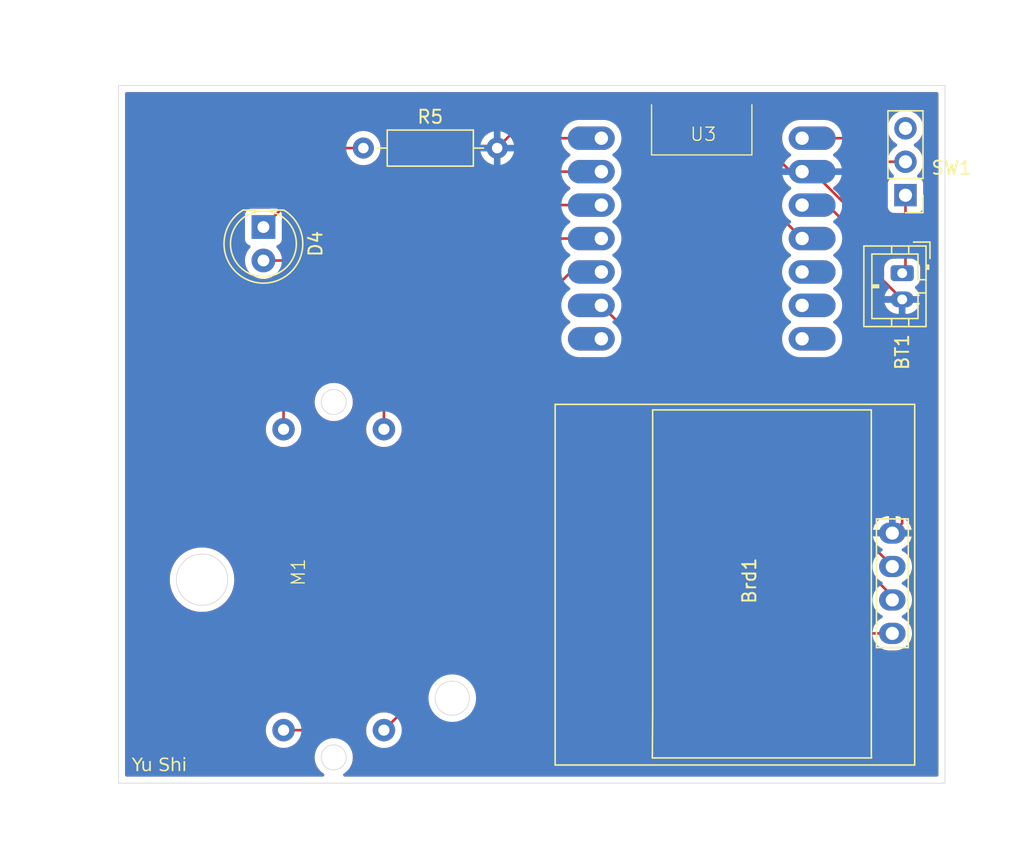
<source format=kicad_pcb>
(kicad_pcb (version 20240108) (generator "pcbnew") (generator_version "8.0")
  (title_block (title "Display part") (date "2025-02-05") (rev "V1") (company "Yu Shi"))
  (layers (0 "F.Cu" signal) (31 "B.Cu" signal) (34 "B.Paste" user) (35 "F.Paste" user) (36 "B.SilkS" user "B.Silkscreen") (37 "F.SilkS" user "F.Silkscreen") (38 "B.Mask" user) (39 "F.Mask" user) (44 "Edge.Cuts" user))
  (net 0 "")
  (net 1 "GND")
  (net 2 "Net-(Brd1-SCL)")
  (net 3 "Net-(Brd1-SDA)")
  (net 4 "Net-(D4-K)")
  (net 5 "Net-(D4-A)")
  (net 6 "Net-(M1--)")
  (net 7 "Net-(U3-PA10_A2_D2)")
  (net 8 "Net-(U3-PA11_A3_D3)")
  (net 9 "Net-(U3-PA02_A0_D0)")
  (net 12 "Net-(BT1-+)")
  (net 13 "Net-(Brd1-VCC)")
  (net 17 "Net-(SW1-B)")
  (footprint "LED_THT:LED_D5.0mm" (layer "F.Cu") (at 117.5 82.25 -90)
    (property "Reference" "D4" (at 1.27 -3.96 90) (layer "F.SilkS"))
    (property "Value" "LED")
    (fp_line (start -1.29 -1.545) (end -1.29 1.545) (stroke (width 0.12)) (layer "F.SilkS"))
    (fp_arc (start 4.26 0.000048) (mid 2.071756 2.880501) (end -1.29 1.54483) (stroke (width 0.12)) (layer "F.SilkS"))
    (fp_arc (start -1.29 -1.54483) (mid 2.071756 -2.880501) (end 4.26 -0.000048) (stroke (width 0.12)) (layer "F.SilkS"))
    (fp_circle (center 1.27 0) (end 3.77 0) (stroke (width 0.12)) (fill none) (layer "F.SilkS"))
    (pad "1" thru_hole rect (at 0 0 270) (size 1.8 1.8) (drill 0.9) (layers "*.Cu" "*.Mask") (net 4 "Net-(D4-K)"))
    (pad "2" thru_hole circle (at 2.54 0 270) (size 1.8 1.8) (drill 0.9) (layers "*.Cu" "*.Mask") (net 5 "Net-(D4-A)"))
  )
  (footprint "1:128x64OLED" (layer "F.Cu") (at 154.65 109.12 -90)
    (property "Reference" "Brd1" (at 0 0.254 90) (layer "F.SilkS"))
    (property "Value" "SSD1306")
    (fp_line (start -13.4 15) (end -13.4 -12.3) (stroke (width 0.12)) (layer "F.SilkS"))
    (fp_line (start 14 15) (end -13.4 15) (stroke (width 0.12)) (layer "F.SilkS"))
    (fp_line (start 13.462 7.62) (end 13.462 -9.017) (stroke (width 0.12)) (layer "F.SilkS"))
    (fp_line (start -12.978 7.595) (end -12.978 -9.005) (stroke (width 0.12)) (layer "F.SilkS"))
    (fp_line (start 10.122 7.595) (end 13.462 7.62) (stroke (width 0.12)) (layer "F.SilkS"))
    (fp_line (start 10.122 7.595) (end -12.978 7.595) (stroke (width 0.12)) (layer "F.SilkS"))
    (fp_line (start -12.978 -9.005) (end 10.122 -9.005) (stroke (width 0.12)) (layer "F.SilkS"))
    (fp_line (start 10.122 -9.005) (end 13.208 -9.005) (stroke (width 0.12)) (layer "F.SilkS"))
    (fp_line (start 13.462 -9.017) (end 13.208 -9.005) (stroke (width 0.12)) (layer "F.SilkS"))
    (fp_line (start 5.08 -9.398) (end -4.699 -9.398) (stroke (width 0.12)) (layer "F.SilkS"))
    (fp_line (start -4.699 -11.811) (end -4.699 -9.398) (stroke (width 0.12)) (layer "F.SilkS"))
    (fp_line (start -4.699 -11.811) (end 5.08 -11.811) (stroke (width 0.12)) (layer "F.SilkS"))
    (fp_line (start 5.08 -11.811) (end 5.08 -9.398) (stroke (width 0.12)) (layer "F.SilkS"))
    (fp_line (start -13.4 -12.3) (end 14 -12.3) (stroke (width 0.12)) (layer "F.SilkS"))
    (fp_line (start 14 -12.3) (end 14 15) (stroke (width 0.12)) (layer "F.SilkS"))
    (pad "1" thru_hole oval (at -3.62 -10.6) (size 2 1.6) (drill 1) (layers "*.Cu" "*.Mask") (net 1 "GND"))
    (pad "2" thru_hole oval (at -1.08 -10.6) (size 2 1.6) (drill 1) (layers "*.Cu" "*.Mask") (net 13 "Net-(Brd1-VCC)"))
    (pad "3" thru_hole oval (at 1.46 -10.6) (size 2 1.6) (drill 1) (layers "*.Cu" "*.Mask") (net 2 "Net-(Brd1-SCL)"))
    (pad "4" thru_hole oval (at 4 -10.6) (size 2 1.6) (drill 1) (layers "*.Cu" "*.Mask") (net 3 "Net-(Brd1-SDA)"))
  )
  (footprint "3:x27_stepper" (layer "F.Cu") (at 133 106.5 90)
    (property "Reference" "M1" (at -1.97 -12.85 90) (layer "F.SilkS") (effects (font (thickness 0.1))))
    (property "Value" "Stepper_Motor_bipolar")
    (fp_circle (center -2.54 -20.16) (end -0.59 -20.16) (stroke (width 0.05)) (fill none) (layer "Edge.Cuts"))
    (fp_circle (center 10.96 -10.16) (end 11.91 -10.16) (stroke (width 0.05)) (fill none) (layer "Edge.Cuts"))
    (fp_circle (center -16.04 -10.16) (end -15.09 -10.16) (stroke (width 0.05)) (fill none) (layer "Edge.Cuts"))
    (fp_circle (center -11.54 -1.16) (end -10.24 -1.16) (stroke (width 0.05)) (fill none) (layer "Edge.Cuts"))
    (pad "1" thru_hole circle (at 8.89 -13.97 90) (size 1.7 1.7) (drill 0.85) (layers "*.Cu" "*.Mask") (net 9 "Net-(U3-PA02_A0_D0)"))
    (pad "2" thru_hole circle (at 8.89 -6.35 90) (size 1.7 1.7) (drill 0.85) (layers "*.Cu" "*.Mask") (net 6 "Net-(M1--)"))
    (pad "3" thru_hole circle (at -13.97 -6.35 90) (size 1.7 1.7) (drill 0.85) (layers "*.Cu" "*.Mask") (net 7 "Net-(U3-PA10_A2_D2)"))
    (pad "4" thru_hole circle (at -13.97 -13.97 90) (size 1.7 1.7) (drill 0.85) (layers "*.Cu" "*.Mask") (net 8 "Net-(U3-PA11_A3_D3)"))
  )
  (footprint "Resistor_THT:R_Axial_DIN0207_L6.3mm_D2.5mm_P10.16mm_Horizontal" (layer "F.Cu") (at 125.09 76.25)
    (property "Reference" "R5" (at 5.08 -2.37 0) (layer "F.SilkS"))
    (property "Value" "65 Ohmes")
    (fp_line (start 1.04 0) (end 1.81 0) (stroke (width 0.12)) (layer "F.SilkS"))
    (fp_line (start 1.81 -1.37) (end 1.81 1.37) (stroke (width 0.12)) (layer "F.SilkS"))
    (fp_line (start 1.81 1.37) (end 8.35 1.37) (stroke (width 0.12)) (layer "F.SilkS"))
    (fp_line (start 8.35 -1.37) (end 1.81 -1.37) (stroke (width 0.12)) (layer "F.SilkS"))
    (fp_line (start 8.35 1.37) (end 8.35 -1.37) (stroke (width 0.12)) (layer "F.SilkS"))
    (fp_line (start 9.12 0) (end 8.35 0) (stroke (width 0.12)) (layer "F.SilkS"))
    (pad "1" thru_hole circle (at 0 0) (size 1.6 1.6) (drill 0.8) (layers "*.Cu" "*.Mask") (net 4 "Net-(D4-K)"))
    (pad "2" thru_hole oval (at 10.16 0) (size 1.6 1.6) (drill 0.8) (layers "*.Cu" "*.Mask") (net 1 "GND"))
  )
  (footprint "Connector_PinHeader_2.54mm:PinHeader_1x03_P2.54mm_Vertical" (layer "F.Cu") (at 166.25 79.83 180)
    (property "Reference" "SW1" (at -3.5 2.08 0) (layer "F.SilkS"))
    (property "Value" "SW_SPDT" (hide yes))
    (fp_line (start 1.33 1.27) (end 1.33 6.41) (stroke (width 0.12)) (layer "F.SilkS"))
    (fp_line (start -1.33 6.41) (end 1.33 6.41) (stroke (width 0.12)) (layer "F.SilkS"))
    (fp_line (start -1.33 1.27) (end 1.33 1.27) (stroke (width 0.12)) (layer "F.SilkS"))
    (fp_line (start -1.33 1.27) (end -1.33 6.41) (stroke (width 0.12)) (layer "F.SilkS"))
    (fp_line (start -1.33 0) (end -1.33 -1.33) (stroke (width 0.12)) (layer "F.SilkS"))
    (fp_line (start -1.33 -1.33) (end 0 -1.33) (stroke (width 0.12)) (layer "F.SilkS"))
    (pad "1" thru_hole rect (at 0 0 180) (size 1.7 1.7) (drill 1) (layers "*.Cu" "*.Mask") (net 12 "Net-(BT1-+)"))
    (pad "2" thru_hole oval (at 0 2.54 180) (size 1.7 1.7) (drill 1) (layers "*.Cu" "*.Mask") (net 17 "Net-(SW1-B)"))
    (pad "3" thru_hole oval (at 0 5.08 180) (size 1.7 1.7) (drill 1) (layers "*.Cu" "*.Mask"))
  )
  (footprint "6:XIAO_ESP32_SENSE" (layer "F.Cu") (at 150.78 83.12)
    (property "Reference" "U3" (at 0.12 -7.92 0) (layer "F.SilkS") (effects (font (thickness 0.1))))
    (property "Value" "MOUDLE-SEEEDUINO-XIAO-ESP32C3" (hide yes))
    (fp_line (start -3.81 -10.16) (end -3.81 -6.35) (stroke (width 0.1)) (layer "F.SilkS"))
    (fp_line (start -3.81 -6.35) (end 3.81 -6.35) (stroke (width 0.1)) (layer "F.SilkS"))
    (fp_line (start 3.81 -6.35) (end 3.81 -10.16) (stroke (width 0.1)) (layer "F.SilkS"))
    (pad "1" thru_hole oval (at -7.62 -7.62) (size 3.556 1.778) (drill 1.016 (offset -0.762 0)) (layers "*.Cu" "*.Mask") (net 9 "Net-(U3-PA02_A0_D0)"))
    (pad "2" thru_hole oval (at -7.62 -5.08) (size 3.556 1.778) (drill 1.016 (offset -0.762 0)) (layers "*.Cu" "*.Mask") (net 6 "Net-(M1--)"))
    (pad "3" thru_hole oval (at -7.62 -2.54) (size 3.556 1.778) (drill 1.016 (offset -0.762 0)) (layers "*.Cu" "*.Mask") (net 7 "Net-(U3-PA10_A2_D2)"))
    (pad "4" thru_hole oval (at -7.62 0) (size 3.556 1.778) (drill 1.016 (offset -0.762 0)) (layers "*.Cu" "*.Mask") (net 8 "Net-(U3-PA11_A3_D3)"))
    (pad "5" thru_hole oval (at -7.62 2.54) (size 3.556 1.778) (drill 1.016 (offset -0.762 0)) (layers "*.Cu" "*.Mask") (net 3 "Net-(Brd1-SDA)"))
    (pad "6" thru_hole oval (at -7.62 5.08) (size 3.556 1.778) (drill 1.016 (offset -0.762 0)) (layers "*.Cu" "*.Mask") (net 2 "Net-(Brd1-SCL)"))
    (pad "7" thru_hole oval (at -7.62 7.62) (size 3.556 1.778) (drill 1.016 (offset -0.762 0)) (layers "*.Cu" "*.Mask"))
    (pad "8" thru_hole oval (at 7.62 -7.62) (size 3.556 1.778) (drill 1.016 (offset 0.762 0)) (layers "*.Cu" "*.Mask") (net 17 "Net-(SW1-B)"))
    (pad "9" thru_hole oval (at 7.62 -5.08) (size 3.556 1.778) (drill 1.016 (offset 0.762 0)) (layers "*.Cu" "*.Mask") (net 1 "GND"))
    (pad "10" thru_hole oval (at 7.62 -2.54) (size 3.556 1.778) (drill 1.016 (offset 0.762 0)) (layers "*.Cu" "*.Mask") (net 13 "Net-(Brd1-VCC)"))
    (pad "11" thru_hole oval (at 7.62 0) (size 3.556 1.778) (drill 1.016 (offset 0.762 0)) (layers "*.Cu" "*.Mask") (net 5 "Net-(D4-A)"))
    (pad "12" thru_hole oval (at 7.62 2.54) (size 3.556 1.778) (drill 1.016 (offset 0.762 0)) (layers "*.Cu" "*.Mask"))
    (pad "13" thru_hole oval (at 7.62 5.08) (size 3.556 1.778) (drill 1.016 (offset 0.762 0)) (layers "*.Cu" "*.Mask"))
    (pad "14" thru_hole oval (at 7.62 7.62) (size 3.556 1.778) (drill 1.016 (offset 0.762 0)) (layers "*.Cu" "*.Mask"))
  )
  (footprint "Connector_JST:JST_PH_B2B-PH-K_1x02_P2.00mm_Vertical" (layer "F.Cu") (at 166 85.75 -90)
    (property "Reference" "BT1" (at 6 0 90) (layer "F.SilkS"))
    (property "Value" "Battery_Cell" (hide yes))
    (fp_line (start -2.06 2.91) (end 4.06 2.91) (stroke (width 0.12)) (layer "F.SilkS"))
    (fp_line (start 4.06 2.91) (end 4.06 -1.81) (stroke (width 0.12)) (layer "F.SilkS"))
    (fp_line (start -1.45 2.3) (end 3.45 2.3) (stroke (width 0.12)) (layer "F.SilkS"))
    (fp_line (start 0.9 2.3) (end 0.9 1.8) (stroke (width 0.12)) (layer "F.SilkS"))
    (fp_line (start 1 2.3) (end 1 1.8) (stroke (width 0.12)) (layer "F.SilkS"))
    (fp_line (start 3.45 2.3) (end 3.45 -1.2) (stroke (width 0.12)) (layer "F.SilkS"))
    (fp_line (start 0.9 1.8) (end 1.1 1.8) (stroke (width 0.12)) (layer "F.SilkS"))
    (fp_line (start 1.1 1.8) (end 1.1 2.3) (stroke (width 0.12)) (layer "F.SilkS"))
    (fp_line (start -2.06 0.8) (end -1.45 0.8) (stroke (width 0.12)) (layer "F.SilkS"))
    (fp_line (start 4.06 0.8) (end 3.45 0.8) (stroke (width 0.12)) (layer "F.SilkS"))
    (fp_line (start -2.06 -0.5) (end -1.45 -0.5) (stroke (width 0.12)) (layer "F.SilkS"))
    (fp_line (start 4.06 -0.5) (end 3.45 -0.5) (stroke (width 0.12)) (layer "F.SilkS"))
    (fp_line (start -1.45 -1.2) (end -1.45 2.3) (stroke (width 0.12)) (layer "F.SilkS"))
    (fp_line (start 0.5 -1.2) (end -1.45 -1.2) (stroke (width 0.12)) (layer "F.SilkS"))
    (fp_line (start 1.5 -1.2) (end 1.5 -1.81) (stroke (width 0.12)) (layer "F.SilkS"))
    (fp_line (start 3.45 -1.2) (end 1.5 -1.2) (stroke (width 0.12)) (layer "F.SilkS"))
    (fp_line (start -2.06 -1.81) (end -2.06 2.91) (stroke (width 0.12)) (layer "F.SilkS"))
    (fp_line (start -0.3 -1.81) (end -0.3 -2.01) (stroke (width 0.12)) (layer "F.SilkS"))
    (fp_line (start 0.5 -1.81) (end 0.5 -1.2) (stroke (width 0.12)) (layer "F.SilkS"))
    (fp_line (start 4.06 -1.81) (end -2.06 -1.81) (stroke (width 0.12)) (layer "F.SilkS"))
    (fp_line (start -0.3 -1.91) (end -0.6 -1.91) (stroke (width 0.12)) (layer "F.SilkS"))
    (fp_line (start -0.6 -2.01) (end -0.6 -1.81) (stroke (width 0.12)) (layer "F.SilkS"))
    (fp_line (start -0.3 -2.01) (end -0.6 -2.01) (stroke (width 0.12)) (layer "F.SilkS"))
    (fp_line (start -2.36 -2.11) (end -2.36 -0.86) (stroke (width 0.12)) (layer "F.SilkS"))
    (fp_line (start -1.11 -2.11) (end -2.36 -2.11) (stroke (width 0.12)) (layer "F.SilkS"))
    (pad "1" thru_hole roundrect (at 0 0 270) (size 1.2 1.75) (drill 0.75) (layers "*.Cu" "*.Mask") (roundrect_rratio 0.208333) (net 12 "Net-(BT1-+)"))
    (pad "2" thru_hole oval (at 2 0 270) (size 1.2 1.75) (drill 0.75) (layers "*.Cu" "*.Mask") (net 1 "GND"))
  )
  (gr_rect (start 106.5 71.5) (end 169.25 124.5) (stroke (width 0.05)) (fill none) (layer "Edge.Cuts"))
  (gr_text "Yu Shi" (at 107.5 123.75 0) (layer "F.SilkS") (effects (font (size 1 1) (thickness 0.1)) (justify left bottom)))
  (segment (start 118.75 73.75) (end 119 73.5) (width 0.2) (layer "F.Cu") (net 0))
  (segment (start 118.75 74.5) (end 118.75 76.5) (width 0.2) (layer "F.Cu") (net 0))
  (segment (start 159.1925 78.04) (end 158.4 78.04) (width 0.2) (layer "F.Cu") (net 1))
  (segment (start 115 74.75) (end 114 74.75) (width 0.2) (layer "F.Cu") (net 1))
  (segment (start 116.25 76.5) (end 116.25 75) (width 0.2) (layer "F.Cu") (net 1))
  (segment (start 113.5 74.25) (end 113.5 73.5) (width 0.2) (layer "F.Cu") (net 1))
  (segment (start 116.75 74.5) (end 117.25 74.5) (width 0.2) (layer "F.Cu") (net 1))
  (segment (start 117.25 74.5) (end 117.75 75) (width 0.2) (layer "F.Cu") (net 1))
  (segment (start 162.5 81.3475) (end 159.1925 78.04) (width 0.2) (layer "F.Cu") (net 1))
  (segment (start 152 72.5) (end 157.54 78.04) (width 0.2) (layer "F.Cu") (net 1))
  (segment (start 110.5 76.375) (end 111.25 76.375) (width 0.2) (layer "F.Cu") (net 1))
  (segment (start 116.25 73.25) (end 116.25 76.5) (width 0.2) (layer "F.Cu") (net 1))
  (segment (start 162.5 84.25) (end 162.5 81.3475) (width 0.2) (layer "F.Cu") (net 1))
  (segment (start 135.25 76.25) (end 139 72.5) (width 0.2) (layer "F.Cu") (net 1))
  (segment (start 109.125 74.25) (end 110.375 73) (width 0.2) (layer "F.Cu") (net 1))
  (segment (start 113.875 76.5) (end 115 76.5) (width 0.2) (layer "F.Cu") (net 1))
  (segment (start 114 74.75) (end 113.5 74.25) (width 0.2) (layer "F.Cu") (net 1))
  (segment (start 111.5 74.875) (end 111.5 74.75) (width 0.2) (layer "F.Cu") (net 1))
  (segment (start 113.5 76.125) (end 113.875 76.5) (width 0.2) (layer "F.Cu") (net 1))
  (segment (start 115 73) (end 115.25 73.25) (width 0.2) (layer "F.Cu") (net 1))
  (segment (start 114 73) (end 115 73) (width 0.2) (layer "F.Cu") (net 1))
  (segment (start 166 87.75) (end 166 104.75) (width 0.2) (layer "F.Cu") (net 1))
  (segment (start 110.25 74.875) (end 110.25 76.125) (width 0.2) (layer "F.Cu") (net 1))
  (segment (start 157.54 78.04) (end 158.4 78.04) (width 0.2) (layer "F.Cu") (net 1))
  (segment (start 111.5 76.125) (end 111.5 74.875) (width 0.2) (layer "F.Cu") (net 1))
  (segment (start 117.75 75) (end 117.75 76.5) (width 0.2) (layer "F.Cu") (net 1))
  (segment (start 166 104.75) (end 165.25 105.5) (width 0.2) (layer "F.Cu") (net 1))
  (segment (start 109.125 76.5) (end 109.125 74.25) (width 0.2) (layer "F.Cu") (net 1))
  (segment (start 166 87.75) (end 162.5 84.25) (width 0.2) (layer "F.Cu") (net 1))
  (segment (start 110.25 76.125) (end 110.5 76.375) (width 0.2) (layer "F.Cu") (net 1))
  (segment (start 111.25 76.375) (end 111.5 76.125) (width 0.2) (layer "F.Cu") (net 1))
  (segment (start 139 72.5) (end 152 72.5) (width 0.2) (layer "F.Cu") (net 1))
  (segment (start 115.5 76) (end 115.5 75.25) (width 0.2) (layer "F.Cu") (net 1))
  (segment (start 110.25 74.875) (end 110.25 74.75) (width 0.2) (layer "F.Cu") (net 1))
  (segment (start 107.875 73) (end 109.125 74.25) (width 0.2) (layer "F.Cu") (net 1))
  (segment (start 116 73) (end 116.25 73.25) (width 0.2) (layer "F.Cu") (net 1))
  (segment (start 113.5 73.5) (end 114 73) (width 0.2) (layer "F.Cu") (net 1))
  (segment (start 115 76.5) (end 115.5 76) (width 0.2) (layer "F.Cu") (net 1))
  (segment (start 116.25 75) (end 116.75 74.5) (width 0.2) (layer "F.Cu") (net 1))
  (segment (start 115.5 75.25) (end 115 74.75) (width 0.2) (layer "F.Cu") (net 1))
  (segment (start 165.25 110.29) (end 143.16 88.2) (width 0.2) (layer "F.Cu") (net 2))
  (segment (start 165.25 110.58) (end 165.25 110.29) (width 0.2) (layer "F.Cu") (net 2))
  (segment (start 143.16 85.66) (end 140.84 85.66) (width 0.2) (layer "F.Cu") (net 3))
  (segment (start 140.84 85.66) (end 139.5 87) (width 0.2) (layer "F.Cu") (net 3))
  (segment (start 139.5 91.75) (end 160.87 113.12) (width 0.2) (layer "F.Cu") (net 3))
  (segment (start 160.87 113.12) (end 165.25 113.12) (width 0.2) (layer "F.Cu") (net 3))
  (segment (start 139.5 87) (end 139.5 91.75) (width 0.2) (layer "F.Cu") (net 3))
  (segment (start 125.09 76.25) (end 123.5 76.25) (width 0.2) (layer "F.Cu") (net 4))
  (segment (start 123.5 76.25) (end 117.5 82.25) (width 0.2) (layer "F.Cu") (net 4))
  (segment (start 117.5 84.79) (end 128.71 84.79) (width 0.2) (layer "F.Cu") (net 5))
  (segment (start 148.68 73.4) (end 158.4 83.12) (width 0.2) (layer "F.Cu") (net 5))
  (segment (start 140.1 73.4) (end 148.68 73.4) (width 0.2) (layer "F.Cu") (net 5))
  (segment (start 128.71 84.79) (end 140.1 73.4) (width 0.2) (layer "F.Cu") (net 5))
  (segment (start 143.16 78.04) (end 139.46 78.04) (width 0.2) (layer "F.Cu") (net 6))
  (segment (start 126.65 90.85) (end 126.65 97.61) (width 0.2) (layer "F.Cu") (net 6))
  (segment (start 139.46 78.04) (end 126.65 90.85) (width 0.2) (layer "F.Cu") (net 6))
  (segment (start 139.67 80.58) (end 137 83.25) (width 0.2) (layer "F.Cu") (net 7))
  (segment (start 137 83.25) (end 137 88.886346) (width 0.2) (layer "F.Cu") (net 7))
  (segment (start 143.08 80.5) (end 143.16 80.58) (width 0.2) (layer "F.Cu") (net 7))
  (segment (start 143.16 80.58) (end 139.67 80.58) (width 0.2) (layer "F.Cu") (net 7))
  (segment (start 129.25 117.87) (end 126.65 120.47) (width 0.2) (layer "F.Cu") (net 7))
  (segment (start 129.25 96.636346) (end 129.25 117.87) (width 0.2) (layer "F.Cu") (net 7))
  (segment (start 137 88.886346) (end 129.25 96.636346) (width 0.2) (layer "F.Cu") (net 7))
  (segment (start 143.16 83.12) (end 140.13 83.12) (width 0.2) (layer "F.Cu") (net 8))
  (segment (start 123.97 120.47) (end 119.03 120.47) (width 0.2) (layer "F.Cu") (net 8))
  (segment (start 125.75 122.25) (end 123.97 120.47) (width 0.2) (layer "F.Cu") (net 8))
  (segment (start 140.13 83.12) (end 138.25 85) (width 0.2) (layer "F.Cu") (net 8))
  (segment (start 133.5 122.25) (end 125.75 122.25) (width 0.2) (layer "F.Cu") (net 8))
  (segment (start 138.25 85) (end 138.25 117.5) (width 0.2) (layer "F.Cu") (net 8))
  (segment (start 138.25 117.5) (end 133.5 122.25) (width 0.2) (layer "F.Cu") (net 8))
  (segment (start 143.16 75.5) (end 139.75 75.5) (width 0.2) (layer "F.Cu") (net 9))
  (segment (start 139.75 75.5) (end 119.03 96.22) (width 0.2) (layer "F.Cu") (net 9))
  (segment (start 119.03 96.22) (end 119.03 97.61) (width 0.2) (layer "F.Cu") (net 9))
  (segment (start 166.25 79.83) (end 166.25 85.5) (width 0.2) (layer "F.Cu") (net 12))
  (segment (start 166.25 85.5) (end 166 85.75) (width 0.2) (layer "F.Cu") (net 12))
  (segment (start 165.25 108) (end 161.75 104.5) (width 0.2) (layer "F.Cu") (net 13))
  (segment (start 161.75 104.5) (end 161.75 82) (width 0.2) (layer "F.Cu") (net 13))
  (segment (start 165.25 108.04) (end 165.25 108) (width 0.2) (layer "F.Cu") (net 13))
  (segment (start 161.75 82) (end 160.33 80.58) (width 0.2) (layer "F.Cu") (net 13))
  (segment (start 160.33 80.58) (end 158.4 80.58) (width 0.2) (layer "F.Cu") (net 13))
  (segment (start 158.4 75.5) (end 161.75 75.5) (width 0.2) (layer "F.Cu") (net 17))
  (segment (start 163.54 77.29) (end 166.25 77.29) (width 0.2) (layer "F.Cu") (net 17))
  (segment (start 161.75 75.5) (end 163.54 77.29) (width 0.2) (layer "F.Cu") (net 17))
  (zone (net 1) (net_name "GND") (layer "F.Cu") (connect_pads (clearance 0.5)) (min_thickness 0.25) (fill yes (thermal_gap 0.5) (thermal_bridge_width 0.5))
    (polygon (pts (xy 103.25 67.25) (xy 173.75 67.25) (xy 172.75 126.75) (xy 101.5 128.25)))
  )
  (zone (net 1) (net_name "GND") (layer "B.Cu") (priority 1) (connect_pads (clearance 0.5)) (min_thickness 0.25) (fill yes (thermal_gap 0.5) (thermal_bridge_width 0.5))
    (polygon (pts (xy 102 65.25) (xy 175.25 65) (xy 175 129) (xy 97.5 129.5)))
  )
)
</source>
